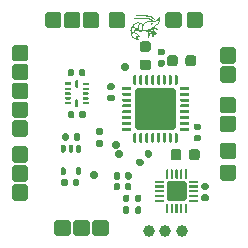
<source format=gbr>
%TF.GenerationSoftware,KiCad,Pcbnew,9.0.0-rc2-6-ga1fa0bdb0b*%
%TF.CreationDate,2025-02-01T23:33:01-05:00*%
%TF.ProjectId,scampi,7363616d-7069-42e6-9b69-6361645f7063,rev?*%
%TF.SameCoordinates,Original*%
%TF.FileFunction,Soldermask,Top*%
%TF.FilePolarity,Negative*%
%FSLAX46Y46*%
G04 Gerber Fmt 4.6, Leading zero omitted, Abs format (unit mm)*
G04 Created by KiCad (PCBNEW 9.0.0-rc2-6-ga1fa0bdb0b) date 2025-02-01 23:33:01*
%MOMM*%
%LPD*%
G01*
G04 APERTURE LIST*
%ADD10C,0.375000*%
%ADD11C,1.000000*%
%ADD12C,0.700000*%
G04 APERTURE END LIST*
D10*
G36*
X150375545Y-86425226D02*
G01*
X150402179Y-86443304D01*
X150420258Y-86469849D01*
X150426268Y-86501189D01*
X150420254Y-86532609D01*
X150402179Y-86559167D01*
X150375545Y-86577244D01*
X150344110Y-86583255D01*
X150312770Y-86577245D01*
X150286225Y-86559167D01*
X150268079Y-86532601D01*
X150262045Y-86501189D01*
X150268075Y-86469856D01*
X150286225Y-86443304D01*
X150312770Y-86425225D01*
X150344110Y-86419215D01*
X150375545Y-86425226D01*
G37*
G36*
X149136024Y-85757470D02*
G01*
X149245567Y-85780551D01*
X149396692Y-85791817D01*
X149618892Y-85794839D01*
X149823329Y-85800293D01*
X149993317Y-85815356D01*
X150153065Y-85842873D01*
X150291354Y-85881851D01*
X150421059Y-85935550D01*
X150542314Y-86004216D01*
X150657136Y-86087901D01*
X150734377Y-86156652D01*
X150841725Y-86057889D01*
X150924889Y-85982326D01*
X150954068Y-85966358D01*
X150980210Y-85961535D01*
X151009379Y-85967512D01*
X151033516Y-85985532D01*
X151049514Y-86011991D01*
X151055040Y-86045158D01*
X151052155Y-86084977D01*
X151043775Y-86121087D01*
X151007871Y-86195000D01*
X151039154Y-86203245D01*
X151063284Y-86218814D01*
X151079385Y-86240999D01*
X151084807Y-86268548D01*
X151075136Y-86306404D01*
X151041210Y-86350522D01*
X150993239Y-86392138D01*
X150926813Y-86439732D01*
X150946000Y-86463378D01*
X150952458Y-86493862D01*
X150946807Y-86516854D01*
X150927247Y-86542962D01*
X150886971Y-86574004D01*
X150810389Y-86612069D01*
X150675945Y-86658177D01*
X150618919Y-86751184D01*
X150578939Y-86797437D01*
X150868378Y-86930019D01*
X150822399Y-87029487D01*
X150495002Y-86879118D01*
X150452737Y-86914998D01*
X150451980Y-86915483D01*
X150567501Y-87043042D01*
X150759934Y-87374877D01*
X150664679Y-87429282D01*
X150477284Y-87107339D01*
X150358872Y-86975220D01*
X150350141Y-86980822D01*
X150255475Y-87026842D01*
X150390272Y-87114483D01*
X150501098Y-87424427D01*
X150501098Y-87620982D01*
X150391371Y-87622997D01*
X150391371Y-87446043D01*
X150299048Y-87184917D01*
X150129788Y-87074330D01*
X150103959Y-87083525D01*
X150026282Y-87102415D01*
X150118338Y-87130603D01*
X150174667Y-87459415D01*
X150149021Y-87728601D01*
X150040394Y-87718343D01*
X150066040Y-87463262D01*
X150021893Y-87213310D01*
X149791594Y-87137926D01*
X149673206Y-87143243D01*
X149508802Y-87134107D01*
X149499847Y-87132609D01*
X149497361Y-87144216D01*
X149469233Y-87177132D01*
X149428851Y-87197703D01*
X149381855Y-87204700D01*
X149337608Y-87198356D01*
X149293561Y-87178689D01*
X149258429Y-87145950D01*
X149237141Y-87097356D01*
X149218180Y-87120661D01*
X149193818Y-87137198D01*
X149165793Y-87147094D01*
X149136391Y-87150387D01*
X149090826Y-87143241D01*
X149047639Y-87121353D01*
X149023508Y-87094743D01*
X149299397Y-87094743D01*
X149315176Y-87118238D01*
X149345416Y-87139179D01*
X149382862Y-87146265D01*
X149411205Y-87142672D01*
X149430856Y-87133076D01*
X149439867Y-87122576D01*
X149343844Y-87106515D01*
X149299397Y-87094743D01*
X149023508Y-87094743D01*
X149016572Y-87087095D01*
X149006331Y-87043225D01*
X149064858Y-87043225D01*
X149069706Y-87060032D01*
X149086290Y-87076931D01*
X149109443Y-87088254D01*
X149138222Y-87092227D01*
X149160331Y-87088611D01*
X149179530Y-87077847D01*
X149190516Y-87065905D01*
X149182186Y-87063699D01*
X149069623Y-87023966D01*
X149064858Y-87043225D01*
X149006331Y-87043225D01*
X149008557Y-87029578D01*
X148988200Y-87049508D01*
X148956964Y-87101660D01*
X148937105Y-87160368D01*
X148929120Y-87222286D01*
X149034402Y-87260460D01*
X149129346Y-87312015D01*
X149215159Y-87377258D01*
X149288394Y-87455190D01*
X149340556Y-87539052D01*
X149373612Y-87630141D01*
X149301424Y-87644961D01*
X149236042Y-87649650D01*
X149191345Y-87647635D01*
X149148755Y-87642506D01*
X149181335Y-87693011D01*
X149211862Y-87751682D01*
X149237021Y-87812420D01*
X149253536Y-87867087D01*
X149122307Y-87859757D01*
X149008081Y-87838946D01*
X148908512Y-87805996D01*
X148815154Y-87758881D01*
X148739994Y-87703961D01*
X148680542Y-87641315D01*
X148635050Y-87568822D01*
X148608239Y-87492091D01*
X148599269Y-87409864D01*
X148695654Y-87409864D01*
X148701635Y-87468244D01*
X148719435Y-87523039D01*
X148749602Y-87575369D01*
X148812385Y-87643287D01*
X148898529Y-87700941D01*
X148998471Y-87741689D01*
X149115508Y-87765513D01*
X149052493Y-87652214D01*
X148980228Y-87538916D01*
X149098106Y-87552289D01*
X149198673Y-87557418D01*
X149221479Y-87556868D01*
X149243277Y-87555311D01*
X149199097Y-87497264D01*
X149136574Y-87438349D01*
X149065070Y-87386046D01*
X148987738Y-87341354D01*
X148907847Y-87305878D01*
X148878044Y-87296747D01*
X148855298Y-87307099D01*
X148762791Y-87332745D01*
X148703018Y-87342136D01*
X148699226Y-87361779D01*
X148695654Y-87409864D01*
X148599269Y-87409864D01*
X148599209Y-87409315D01*
X148610475Y-87314884D01*
X148575286Y-87221666D01*
X148554697Y-87129948D01*
X148548007Y-87040020D01*
X148644363Y-87040020D01*
X148648036Y-87101685D01*
X148659293Y-87165591D01*
X148678132Y-87231104D01*
X148690018Y-87262126D01*
X148709301Y-87260388D01*
X148798053Y-87240238D01*
X148840351Y-87223352D01*
X148840651Y-87223159D01*
X148842342Y-87196440D01*
X148858206Y-87119215D01*
X148883599Y-87050919D01*
X148920165Y-86988776D01*
X148952647Y-86953349D01*
X148889296Y-86900162D01*
X148838353Y-86844381D01*
X148796947Y-86781891D01*
X148776951Y-86735031D01*
X148768206Y-86740681D01*
X148723357Y-86783914D01*
X148688968Y-86834215D01*
X148665110Y-86890584D01*
X148649836Y-86958404D01*
X148644363Y-87040020D01*
X148548007Y-87040020D01*
X148547918Y-87038829D01*
X148553998Y-86949670D01*
X148571500Y-86870266D01*
X148599759Y-86799135D01*
X148639547Y-86734200D01*
X148689373Y-86678895D01*
X148718189Y-86656793D01*
X148846748Y-86656793D01*
X148854819Y-86695199D01*
X148876878Y-86746095D01*
X148911351Y-86796937D01*
X148979621Y-86864780D01*
X149053906Y-86915517D01*
X149186441Y-86964365D01*
X149186569Y-86964398D01*
X149175768Y-86911628D01*
X149170469Y-86833024D01*
X149258665Y-86833024D01*
X149268885Y-86932667D01*
X149287119Y-86990788D01*
X149349065Y-87007047D01*
X149512467Y-87032745D01*
X149517424Y-87033006D01*
X149505503Y-86985615D01*
X149493696Y-86867737D01*
X149580791Y-86867737D01*
X149591598Y-86967754D01*
X149613782Y-87038080D01*
X149673206Y-87041210D01*
X149818477Y-87034830D01*
X149953281Y-87016238D01*
X150078680Y-86986073D01*
X150199856Y-86942794D01*
X150306726Y-86889725D01*
X150400805Y-86827162D01*
X150484905Y-86752505D01*
X150552927Y-86670092D01*
X150606153Y-86579225D01*
X150681532Y-86560907D01*
X150769643Y-86535353D01*
X150842366Y-86505677D01*
X150865976Y-86488997D01*
X150871492Y-86477101D01*
X150866926Y-86462702D01*
X150850060Y-86445410D01*
X150798860Y-86413720D01*
X150892100Y-86357666D01*
X150963816Y-86303078D01*
X150986834Y-86279288D01*
X150991476Y-86269006D01*
X150985501Y-86261129D01*
X150955572Y-86252245D01*
X150875613Y-86245925D01*
X150918203Y-86176682D01*
X150952550Y-86107439D01*
X150965831Y-86068513D01*
X150959694Y-86061278D01*
X150955572Y-86062377D01*
X150952458Y-86065399D01*
X150799776Y-86222844D01*
X150729923Y-86284422D01*
X150669534Y-86329273D01*
X150608677Y-86364780D01*
X150553762Y-86387159D01*
X150390730Y-86364627D01*
X150230812Y-86356384D01*
X150091229Y-86364731D01*
X149972516Y-86388212D01*
X149871501Y-86425077D01*
X149779083Y-86478834D01*
X149705651Y-86542365D01*
X149657137Y-86605749D01*
X149615137Y-86689134D01*
X149589302Y-86778051D01*
X149580791Y-86867737D01*
X149493696Y-86867737D01*
X149493687Y-86867645D01*
X149503686Y-86760225D01*
X149533713Y-86656345D01*
X149559249Y-86606152D01*
X149485303Y-86565142D01*
X149377620Y-86520702D01*
X149335833Y-86573914D01*
X149293378Y-86655978D01*
X149267296Y-86743573D01*
X149258665Y-86833024D01*
X149170469Y-86833024D01*
X149170463Y-86832932D01*
X149180629Y-86725386D01*
X149211221Y-86620991D01*
X149261011Y-86523472D01*
X149282173Y-86496253D01*
X149267217Y-86492484D01*
X149166433Y-86483787D01*
X149082485Y-86490422D01*
X149011279Y-86509191D01*
X148950552Y-86539108D01*
X148898289Y-86581307D01*
X148856547Y-86635603D01*
X148846748Y-86656793D01*
X148718189Y-86656793D01*
X148750060Y-86632348D01*
X148788597Y-86559301D01*
X148840335Y-86498908D01*
X148906497Y-86449715D01*
X148981759Y-86414548D01*
X149067676Y-86392697D01*
X149166433Y-86385052D01*
X149265525Y-86392972D01*
X149370270Y-86417576D01*
X149482074Y-86460687D01*
X149602314Y-86524820D01*
X149672093Y-86446934D01*
X149753504Y-86382794D01*
X149847880Y-86331657D01*
X149957172Y-86293589D01*
X150083850Y-86269470D01*
X150230812Y-86260946D01*
X150368148Y-86267862D01*
X150339527Y-86248511D01*
X150212403Y-86183002D01*
X150084037Y-86135496D01*
X149964923Y-86106798D01*
X149846345Y-86091187D01*
X149732832Y-86086099D01*
X149586597Y-86091060D01*
X149436168Y-86106157D01*
X149286611Y-86121262D01*
X149147565Y-86126124D01*
X149061345Y-86122936D01*
X148974091Y-86113301D01*
X148887410Y-86095138D01*
X148799519Y-86065582D01*
X148833774Y-85983150D01*
X148911402Y-86009601D01*
X148987372Y-86026107D01*
X149064307Y-86034952D01*
X149142985Y-86037922D01*
X149280782Y-86032997D01*
X149427467Y-86017772D01*
X149576209Y-86002689D01*
X149728344Y-85997622D01*
X149855660Y-86003590D01*
X149989928Y-86021985D01*
X150124843Y-86056046D01*
X150270746Y-86113301D01*
X150415228Y-86192021D01*
X150551041Y-86288488D01*
X150603678Y-86262546D01*
X150669852Y-86215528D01*
X150603104Y-86156040D01*
X150495144Y-86076940D01*
X150381296Y-86012219D01*
X150260030Y-85962359D01*
X150130448Y-85926562D01*
X149979303Y-85901451D01*
X149817861Y-85887952D01*
X149621640Y-85883041D01*
X149388541Y-85879469D01*
X149225692Y-85867196D01*
X149159655Y-85856138D01*
X149104792Y-85842009D01*
X148998729Y-85799968D01*
X149040220Y-85719002D01*
X149136024Y-85757470D01*
G37*
G36*
G01*
X143420000Y-91735000D02*
X143080000Y-91735000D01*
G75*
G02*
X143000000Y-91655000I0J80000D01*
G01*
X143000000Y-91495000D01*
G75*
G02*
X143080000Y-91415000I80000J0D01*
G01*
X143420000Y-91415000D01*
G75*
G02*
X143500000Y-91495000I0J-80000D01*
G01*
X143500000Y-91655000D01*
G75*
G02*
X143420000Y-91735000I-80000J0D01*
G01*
G37*
G36*
G01*
X143445000Y-92135000D02*
X143055000Y-92135000D01*
G75*
G02*
X143000000Y-92080000I0J55000D01*
G01*
X143000000Y-91970000D01*
G75*
G02*
X143055000Y-91915000I55000J0D01*
G01*
X143445000Y-91915000D01*
G75*
G02*
X143500000Y-91970000I0J-55000D01*
G01*
X143500000Y-92080000D01*
G75*
G02*
X143445000Y-92135000I-55000J0D01*
G01*
G37*
G36*
G01*
X143445000Y-92535000D02*
X143055000Y-92535000D01*
G75*
G02*
X143000000Y-92480000I0J55000D01*
G01*
X143000000Y-92370000D01*
G75*
G02*
X143055000Y-92315000I55000J0D01*
G01*
X143445000Y-92315000D01*
G75*
G02*
X143500000Y-92370000I0J-55000D01*
G01*
X143500000Y-92480000D01*
G75*
G02*
X143445000Y-92535000I-55000J0D01*
G01*
G37*
G36*
G01*
X143445000Y-92935000D02*
X143055000Y-92935000D01*
G75*
G02*
X143000000Y-92880000I0J55000D01*
G01*
X143000000Y-92770000D01*
G75*
G02*
X143055000Y-92715000I55000J0D01*
G01*
X143445000Y-92715000D01*
G75*
G02*
X143500000Y-92770000I0J-55000D01*
G01*
X143500000Y-92880000D01*
G75*
G02*
X143445000Y-92935000I-55000J0D01*
G01*
G37*
G36*
G01*
X143445000Y-93335000D02*
X143055000Y-93335000D01*
G75*
G02*
X143000000Y-93280000I0J55000D01*
G01*
X143000000Y-93170000D01*
G75*
G02*
X143055000Y-93115000I55000J0D01*
G01*
X143445000Y-93115000D01*
G75*
G02*
X143500000Y-93170000I0J-55000D01*
G01*
X143500000Y-93280000D01*
G75*
G02*
X143445000Y-93335000I-55000J0D01*
G01*
G37*
G36*
G01*
X143890000Y-93520000D02*
X143890000Y-92980000D01*
G75*
G02*
X143945000Y-92925000I55000J0D01*
G01*
X144055000Y-92925000D01*
G75*
G02*
X144110000Y-92980000I0J-55000D01*
G01*
X144110000Y-93520000D01*
G75*
G02*
X144055000Y-93575000I-55000J0D01*
G01*
X143945000Y-93575000D01*
G75*
G02*
X143890000Y-93520000I0J55000D01*
G01*
G37*
G36*
G01*
X144945000Y-93335000D02*
X144555000Y-93335000D01*
G75*
G02*
X144500000Y-93280000I0J55000D01*
G01*
X144500000Y-93170000D01*
G75*
G02*
X144555000Y-93115000I55000J0D01*
G01*
X144945000Y-93115000D01*
G75*
G02*
X145000000Y-93170000I0J-55000D01*
G01*
X145000000Y-93280000D01*
G75*
G02*
X144945000Y-93335000I-55000J0D01*
G01*
G37*
G36*
G01*
X144945000Y-92935000D02*
X144555000Y-92935000D01*
G75*
G02*
X144500000Y-92880000I0J55000D01*
G01*
X144500000Y-92770000D01*
G75*
G02*
X144555000Y-92715000I55000J0D01*
G01*
X144945000Y-92715000D01*
G75*
G02*
X145000000Y-92770000I0J-55000D01*
G01*
X145000000Y-92880000D01*
G75*
G02*
X144945000Y-92935000I-55000J0D01*
G01*
G37*
G36*
G01*
X144945000Y-92535000D02*
X144555000Y-92535000D01*
G75*
G02*
X144500000Y-92480000I0J55000D01*
G01*
X144500000Y-92370000D01*
G75*
G02*
X144555000Y-92315000I55000J0D01*
G01*
X144945000Y-92315000D01*
G75*
G02*
X145000000Y-92370000I0J-55000D01*
G01*
X145000000Y-92480000D01*
G75*
G02*
X144945000Y-92535000I-55000J0D01*
G01*
G37*
G36*
G01*
X144945000Y-92135000D02*
X144555000Y-92135000D01*
G75*
G02*
X144500000Y-92080000I0J55000D01*
G01*
X144500000Y-91970000D01*
G75*
G02*
X144555000Y-91915000I55000J0D01*
G01*
X144945000Y-91915000D01*
G75*
G02*
X145000000Y-91970000I0J-55000D01*
G01*
X145000000Y-92080000D01*
G75*
G02*
X144945000Y-92135000I-55000J0D01*
G01*
G37*
G36*
G01*
X144945000Y-91735000D02*
X144555000Y-91735000D01*
G75*
G02*
X144500000Y-91680000I0J55000D01*
G01*
X144500000Y-91570000D01*
G75*
G02*
X144555000Y-91515000I55000J0D01*
G01*
X144945000Y-91515000D01*
G75*
G02*
X145000000Y-91570000I0J-55000D01*
G01*
X145000000Y-91680000D01*
G75*
G02*
X144945000Y-91735000I-55000J0D01*
G01*
G37*
G36*
G01*
X143890000Y-91870000D02*
X143890000Y-91330000D01*
G75*
G02*
X143945000Y-91275000I55000J0D01*
G01*
X144055000Y-91275000D01*
G75*
G02*
X144110000Y-91330000I0J-55000D01*
G01*
X144110000Y-91870000D01*
G75*
G02*
X144055000Y-91925000I-55000J0D01*
G01*
X143945000Y-91925000D01*
G75*
G02*
X143890000Y-91870000I0J55000D01*
G01*
G37*
G36*
G01*
X143700000Y-104290000D02*
X143700000Y-103310000D01*
G75*
G02*
X143910000Y-103100000I210000J0D01*
G01*
X144890000Y-103100000D01*
G75*
G02*
X145100000Y-103310000I0J-210000D01*
G01*
X145100000Y-104290000D01*
G75*
G02*
X144890000Y-104500000I-210000J0D01*
G01*
X143910000Y-104500000D01*
G75*
G02*
X143700000Y-104290000I0J210000D01*
G01*
G37*
D11*
X152870184Y-104100000D03*
G36*
G01*
X154370000Y-96480000D02*
X154030000Y-96480000D01*
G75*
G02*
X153890000Y-96340000I0J140000D01*
G01*
X153890000Y-96060000D01*
G75*
G02*
X154030000Y-95920000I140000J0D01*
G01*
X154370000Y-95920000D01*
G75*
G02*
X154510000Y-96060000I0J-140000D01*
G01*
X154510000Y-96340000D01*
G75*
G02*
X154370000Y-96480000I-140000J0D01*
G01*
G37*
G36*
G01*
X154370000Y-95520000D02*
X154030000Y-95520000D01*
G75*
G02*
X153890000Y-95380000I0J140000D01*
G01*
X153890000Y-95100000D01*
G75*
G02*
X154030000Y-94960000I140000J0D01*
G01*
X154370000Y-94960000D01*
G75*
G02*
X154510000Y-95100000I0J-140000D01*
G01*
X154510000Y-95380000D01*
G75*
G02*
X154370000Y-95520000I-140000J0D01*
G01*
G37*
G36*
G01*
X156100000Y-91290000D02*
X156100000Y-90310000D01*
G75*
G02*
X156310000Y-90100000I210000J0D01*
G01*
X157290000Y-90100000D01*
G75*
G02*
X157500000Y-90310000I0J-210000D01*
G01*
X157500000Y-91290000D01*
G75*
G02*
X157290000Y-91500000I-210000J0D01*
G01*
X156310000Y-91500000D01*
G75*
G02*
X156100000Y-91290000I0J210000D01*
G01*
G37*
G36*
G01*
X147825000Y-92037500D02*
X147825000Y-91912500D01*
G75*
G02*
X147887500Y-91850000I62500J0D01*
G01*
X148562500Y-91850000D01*
G75*
G02*
X148625000Y-91912500I0J-62500D01*
G01*
X148625000Y-92037500D01*
G75*
G02*
X148562500Y-92100000I-62500J0D01*
G01*
X147887500Y-92100000D01*
G75*
G02*
X147825000Y-92037500I0J62500D01*
G01*
G37*
G36*
G01*
X147825000Y-92537500D02*
X147825000Y-92412500D01*
G75*
G02*
X147887500Y-92350000I62500J0D01*
G01*
X148562500Y-92350000D01*
G75*
G02*
X148625000Y-92412500I0J-62500D01*
G01*
X148625000Y-92537500D01*
G75*
G02*
X148562500Y-92600000I-62500J0D01*
G01*
X147887500Y-92600000D01*
G75*
G02*
X147825000Y-92537500I0J62500D01*
G01*
G37*
G36*
G01*
X147825000Y-93037500D02*
X147825000Y-92912500D01*
G75*
G02*
X147887500Y-92850000I62500J0D01*
G01*
X148562500Y-92850000D01*
G75*
G02*
X148625000Y-92912500I0J-62500D01*
G01*
X148625000Y-93037500D01*
G75*
G02*
X148562500Y-93100000I-62500J0D01*
G01*
X147887500Y-93100000D01*
G75*
G02*
X147825000Y-93037500I0J62500D01*
G01*
G37*
G36*
G01*
X147825000Y-93537500D02*
X147825000Y-93412500D01*
G75*
G02*
X147887500Y-93350000I62500J0D01*
G01*
X148562500Y-93350000D01*
G75*
G02*
X148625000Y-93412500I0J-62500D01*
G01*
X148625000Y-93537500D01*
G75*
G02*
X148562500Y-93600000I-62500J0D01*
G01*
X147887500Y-93600000D01*
G75*
G02*
X147825000Y-93537500I0J62500D01*
G01*
G37*
G36*
G01*
X147825000Y-94037500D02*
X147825000Y-93912500D01*
G75*
G02*
X147887500Y-93850000I62500J0D01*
G01*
X148562500Y-93850000D01*
G75*
G02*
X148625000Y-93912500I0J-62500D01*
G01*
X148625000Y-94037500D01*
G75*
G02*
X148562500Y-94100000I-62500J0D01*
G01*
X147887500Y-94100000D01*
G75*
G02*
X147825000Y-94037500I0J62500D01*
G01*
G37*
G36*
G01*
X147825000Y-94537500D02*
X147825000Y-94412500D01*
G75*
G02*
X147887500Y-94350000I62500J0D01*
G01*
X148562500Y-94350000D01*
G75*
G02*
X148625000Y-94412500I0J-62500D01*
G01*
X148625000Y-94537500D01*
G75*
G02*
X148562500Y-94600000I-62500J0D01*
G01*
X147887500Y-94600000D01*
G75*
G02*
X147825000Y-94537500I0J62500D01*
G01*
G37*
G36*
G01*
X147825000Y-95037500D02*
X147825000Y-94912500D01*
G75*
G02*
X147887500Y-94850000I62500J0D01*
G01*
X148562500Y-94850000D01*
G75*
G02*
X148625000Y-94912500I0J-62500D01*
G01*
X148625000Y-95037500D01*
G75*
G02*
X148562500Y-95100000I-62500J0D01*
G01*
X147887500Y-95100000D01*
G75*
G02*
X147825000Y-95037500I0J62500D01*
G01*
G37*
G36*
G01*
X147825000Y-95537500D02*
X147825000Y-95412500D01*
G75*
G02*
X147887500Y-95350000I62500J0D01*
G01*
X148562500Y-95350000D01*
G75*
G02*
X148625000Y-95412500I0J-62500D01*
G01*
X148625000Y-95537500D01*
G75*
G02*
X148562500Y-95600000I-62500J0D01*
G01*
X147887500Y-95600000D01*
G75*
G02*
X147825000Y-95537500I0J62500D01*
G01*
G37*
G36*
G01*
X148800000Y-96512500D02*
X148800000Y-95837500D01*
G75*
G02*
X148862500Y-95775000I62500J0D01*
G01*
X148987500Y-95775000D01*
G75*
G02*
X149050000Y-95837500I0J-62500D01*
G01*
X149050000Y-96512500D01*
G75*
G02*
X148987500Y-96575000I-62500J0D01*
G01*
X148862500Y-96575000D01*
G75*
G02*
X148800000Y-96512500I0J62500D01*
G01*
G37*
G36*
G01*
X149300000Y-96512500D02*
X149300000Y-95837500D01*
G75*
G02*
X149362500Y-95775000I62500J0D01*
G01*
X149487500Y-95775000D01*
G75*
G02*
X149550000Y-95837500I0J-62500D01*
G01*
X149550000Y-96512500D01*
G75*
G02*
X149487500Y-96575000I-62500J0D01*
G01*
X149362500Y-96575000D01*
G75*
G02*
X149300000Y-96512500I0J62500D01*
G01*
G37*
G36*
G01*
X149800000Y-96512500D02*
X149800000Y-95837500D01*
G75*
G02*
X149862500Y-95775000I62500J0D01*
G01*
X149987500Y-95775000D01*
G75*
G02*
X150050000Y-95837500I0J-62500D01*
G01*
X150050000Y-96512500D01*
G75*
G02*
X149987500Y-96575000I-62500J0D01*
G01*
X149862500Y-96575000D01*
G75*
G02*
X149800000Y-96512500I0J62500D01*
G01*
G37*
G36*
G01*
X150300000Y-96512500D02*
X150300000Y-95837500D01*
G75*
G02*
X150362500Y-95775000I62500J0D01*
G01*
X150487500Y-95775000D01*
G75*
G02*
X150550000Y-95837500I0J-62500D01*
G01*
X150550000Y-96512500D01*
G75*
G02*
X150487500Y-96575000I-62500J0D01*
G01*
X150362500Y-96575000D01*
G75*
G02*
X150300000Y-96512500I0J62500D01*
G01*
G37*
G36*
G01*
X150800000Y-96512500D02*
X150800000Y-95837500D01*
G75*
G02*
X150862500Y-95775000I62500J0D01*
G01*
X150987500Y-95775000D01*
G75*
G02*
X151050000Y-95837500I0J-62500D01*
G01*
X151050000Y-96512500D01*
G75*
G02*
X150987500Y-96575000I-62500J0D01*
G01*
X150862500Y-96575000D01*
G75*
G02*
X150800000Y-96512500I0J62500D01*
G01*
G37*
G36*
G01*
X151300000Y-96512500D02*
X151300000Y-95837500D01*
G75*
G02*
X151362500Y-95775000I62500J0D01*
G01*
X151487500Y-95775000D01*
G75*
G02*
X151550000Y-95837500I0J-62500D01*
G01*
X151550000Y-96512500D01*
G75*
G02*
X151487500Y-96575000I-62500J0D01*
G01*
X151362500Y-96575000D01*
G75*
G02*
X151300000Y-96512500I0J62500D01*
G01*
G37*
G36*
G01*
X151800000Y-96512500D02*
X151800000Y-95837500D01*
G75*
G02*
X151862500Y-95775000I62500J0D01*
G01*
X151987500Y-95775000D01*
G75*
G02*
X152050000Y-95837500I0J-62500D01*
G01*
X152050000Y-96512500D01*
G75*
G02*
X151987500Y-96575000I-62500J0D01*
G01*
X151862500Y-96575000D01*
G75*
G02*
X151800000Y-96512500I0J62500D01*
G01*
G37*
G36*
G01*
X152300000Y-96512500D02*
X152300000Y-95837500D01*
G75*
G02*
X152362500Y-95775000I62500J0D01*
G01*
X152487500Y-95775000D01*
G75*
G02*
X152550000Y-95837500I0J-62500D01*
G01*
X152550000Y-96512500D01*
G75*
G02*
X152487500Y-96575000I-62500J0D01*
G01*
X152362500Y-96575000D01*
G75*
G02*
X152300000Y-96512500I0J62500D01*
G01*
G37*
G36*
G01*
X152725000Y-95537500D02*
X152725000Y-95412500D01*
G75*
G02*
X152787500Y-95350000I62500J0D01*
G01*
X153462500Y-95350000D01*
G75*
G02*
X153525000Y-95412500I0J-62500D01*
G01*
X153525000Y-95537500D01*
G75*
G02*
X153462500Y-95600000I-62500J0D01*
G01*
X152787500Y-95600000D01*
G75*
G02*
X152725000Y-95537500I0J62500D01*
G01*
G37*
G36*
G01*
X152725000Y-95037500D02*
X152725000Y-94912500D01*
G75*
G02*
X152787500Y-94850000I62500J0D01*
G01*
X153462500Y-94850000D01*
G75*
G02*
X153525000Y-94912500I0J-62500D01*
G01*
X153525000Y-95037500D01*
G75*
G02*
X153462500Y-95100000I-62500J0D01*
G01*
X152787500Y-95100000D01*
G75*
G02*
X152725000Y-95037500I0J62500D01*
G01*
G37*
G36*
G01*
X152725000Y-94537500D02*
X152725000Y-94412500D01*
G75*
G02*
X152787500Y-94350000I62500J0D01*
G01*
X153462500Y-94350000D01*
G75*
G02*
X153525000Y-94412500I0J-62500D01*
G01*
X153525000Y-94537500D01*
G75*
G02*
X153462500Y-94600000I-62500J0D01*
G01*
X152787500Y-94600000D01*
G75*
G02*
X152725000Y-94537500I0J62500D01*
G01*
G37*
G36*
G01*
X152725000Y-94037500D02*
X152725000Y-93912500D01*
G75*
G02*
X152787500Y-93850000I62500J0D01*
G01*
X153462500Y-93850000D01*
G75*
G02*
X153525000Y-93912500I0J-62500D01*
G01*
X153525000Y-94037500D01*
G75*
G02*
X153462500Y-94100000I-62500J0D01*
G01*
X152787500Y-94100000D01*
G75*
G02*
X152725000Y-94037500I0J62500D01*
G01*
G37*
G36*
G01*
X152725000Y-93537500D02*
X152725000Y-93412500D01*
G75*
G02*
X152787500Y-93350000I62500J0D01*
G01*
X153462500Y-93350000D01*
G75*
G02*
X153525000Y-93412500I0J-62500D01*
G01*
X153525000Y-93537500D01*
G75*
G02*
X153462500Y-93600000I-62500J0D01*
G01*
X152787500Y-93600000D01*
G75*
G02*
X152725000Y-93537500I0J62500D01*
G01*
G37*
G36*
G01*
X152725000Y-93037500D02*
X152725000Y-92912500D01*
G75*
G02*
X152787500Y-92850000I62500J0D01*
G01*
X153462500Y-92850000D01*
G75*
G02*
X153525000Y-92912500I0J-62500D01*
G01*
X153525000Y-93037500D01*
G75*
G02*
X153462500Y-93100000I-62500J0D01*
G01*
X152787500Y-93100000D01*
G75*
G02*
X152725000Y-93037500I0J62500D01*
G01*
G37*
G36*
G01*
X152725000Y-92537500D02*
X152725000Y-92412500D01*
G75*
G02*
X152787500Y-92350000I62500J0D01*
G01*
X153462500Y-92350000D01*
G75*
G02*
X153525000Y-92412500I0J-62500D01*
G01*
X153525000Y-92537500D01*
G75*
G02*
X153462500Y-92600000I-62500J0D01*
G01*
X152787500Y-92600000D01*
G75*
G02*
X152725000Y-92537500I0J62500D01*
G01*
G37*
G36*
G01*
X152725000Y-92037500D02*
X152725000Y-91912500D01*
G75*
G02*
X152787500Y-91850000I62500J0D01*
G01*
X153462500Y-91850000D01*
G75*
G02*
X153525000Y-91912500I0J-62500D01*
G01*
X153525000Y-92037500D01*
G75*
G02*
X153462500Y-92100000I-62500J0D01*
G01*
X152787500Y-92100000D01*
G75*
G02*
X152725000Y-92037500I0J62500D01*
G01*
G37*
G36*
G01*
X152300000Y-91612500D02*
X152300000Y-90937500D01*
G75*
G02*
X152362500Y-90875000I62500J0D01*
G01*
X152487500Y-90875000D01*
G75*
G02*
X152550000Y-90937500I0J-62500D01*
G01*
X152550000Y-91612500D01*
G75*
G02*
X152487500Y-91675000I-62500J0D01*
G01*
X152362500Y-91675000D01*
G75*
G02*
X152300000Y-91612500I0J62500D01*
G01*
G37*
G36*
G01*
X151800000Y-91612500D02*
X151800000Y-90937500D01*
G75*
G02*
X151862500Y-90875000I62500J0D01*
G01*
X151987500Y-90875000D01*
G75*
G02*
X152050000Y-90937500I0J-62500D01*
G01*
X152050000Y-91612500D01*
G75*
G02*
X151987500Y-91675000I-62500J0D01*
G01*
X151862500Y-91675000D01*
G75*
G02*
X151800000Y-91612500I0J62500D01*
G01*
G37*
G36*
G01*
X151300000Y-91612500D02*
X151300000Y-90937500D01*
G75*
G02*
X151362500Y-90875000I62500J0D01*
G01*
X151487500Y-90875000D01*
G75*
G02*
X151550000Y-90937500I0J-62500D01*
G01*
X151550000Y-91612500D01*
G75*
G02*
X151487500Y-91675000I-62500J0D01*
G01*
X151362500Y-91675000D01*
G75*
G02*
X151300000Y-91612500I0J62500D01*
G01*
G37*
G36*
G01*
X150800000Y-91612500D02*
X150800000Y-90937500D01*
G75*
G02*
X150862500Y-90875000I62500J0D01*
G01*
X150987500Y-90875000D01*
G75*
G02*
X151050000Y-90937500I0J-62500D01*
G01*
X151050000Y-91612500D01*
G75*
G02*
X150987500Y-91675000I-62500J0D01*
G01*
X150862500Y-91675000D01*
G75*
G02*
X150800000Y-91612500I0J62500D01*
G01*
G37*
G36*
G01*
X150300000Y-91612500D02*
X150300000Y-90937500D01*
G75*
G02*
X150362500Y-90875000I62500J0D01*
G01*
X150487500Y-90875000D01*
G75*
G02*
X150550000Y-90937500I0J-62500D01*
G01*
X150550000Y-91612500D01*
G75*
G02*
X150487500Y-91675000I-62500J0D01*
G01*
X150362500Y-91675000D01*
G75*
G02*
X150300000Y-91612500I0J62500D01*
G01*
G37*
G36*
G01*
X149800000Y-91612500D02*
X149800000Y-90937500D01*
G75*
G02*
X149862500Y-90875000I62500J0D01*
G01*
X149987500Y-90875000D01*
G75*
G02*
X150050000Y-90937500I0J-62500D01*
G01*
X150050000Y-91612500D01*
G75*
G02*
X149987500Y-91675000I-62500J0D01*
G01*
X149862500Y-91675000D01*
G75*
G02*
X149800000Y-91612500I0J62500D01*
G01*
G37*
G36*
G01*
X149300000Y-91612500D02*
X149300000Y-90937500D01*
G75*
G02*
X149362500Y-90875000I62500J0D01*
G01*
X149487500Y-90875000D01*
G75*
G02*
X149550000Y-90937500I0J-62500D01*
G01*
X149550000Y-91612500D01*
G75*
G02*
X149487500Y-91675000I-62500J0D01*
G01*
X149362500Y-91675000D01*
G75*
G02*
X149300000Y-91612500I0J62500D01*
G01*
G37*
G36*
G01*
X148800000Y-91612500D02*
X148800000Y-90937500D01*
G75*
G02*
X148862500Y-90875000I62500J0D01*
G01*
X148987500Y-90875000D01*
G75*
G02*
X149050000Y-90937500I0J-62500D01*
G01*
X149050000Y-91612500D01*
G75*
G02*
X148987500Y-91675000I-62500J0D01*
G01*
X148862500Y-91675000D01*
G75*
G02*
X148800000Y-91612500I0J62500D01*
G01*
G37*
G36*
G01*
X148925000Y-95300000D02*
X148925000Y-92150000D01*
G75*
G02*
X149100000Y-91975000I175000J0D01*
G01*
X152250000Y-91975000D01*
G75*
G02*
X152425000Y-92150000I0J-175000D01*
G01*
X152425000Y-95300000D01*
G75*
G02*
X152250000Y-95475000I-175000J0D01*
G01*
X149100000Y-95475000D01*
G75*
G02*
X148925000Y-95300000I0J175000D01*
G01*
G37*
G36*
G01*
X144500000Y-86690000D02*
X144500000Y-85710000D01*
G75*
G02*
X144710000Y-85500000I210000J0D01*
G01*
X145690000Y-85500000D01*
G75*
G02*
X145900000Y-85710000I0J-210000D01*
G01*
X145900000Y-86690000D01*
G75*
G02*
X145690000Y-86900000I-210000J0D01*
G01*
X144710000Y-86900000D01*
G75*
G02*
X144500000Y-86690000I0J210000D01*
G01*
G37*
G36*
G01*
X138500000Y-92690000D02*
X138500000Y-91710000D01*
G75*
G02*
X138710000Y-91500000I210000J0D01*
G01*
X139690000Y-91500000D01*
G75*
G02*
X139900000Y-91710000I0J-210000D01*
G01*
X139900000Y-92690000D01*
G75*
G02*
X139690000Y-92900000I-210000J0D01*
G01*
X138710000Y-92900000D01*
G75*
G02*
X138500000Y-92690000I0J210000D01*
G01*
G37*
G36*
G01*
X149289896Y-98571733D02*
X149028267Y-98310104D01*
G75*
G02*
X149028267Y-98119186I95459J95459D01*
G01*
X149219186Y-97928267D01*
G75*
G02*
X149410104Y-97928267I95459J-95459D01*
G01*
X149671733Y-98189896D01*
G75*
G02*
X149671733Y-98380814I-95459J-95459D01*
G01*
X149480814Y-98571733D01*
G75*
G02*
X149289896Y-98571733I-95459J95459D01*
G01*
G37*
G36*
G01*
X150011144Y-97850485D02*
X149749515Y-97588856D01*
G75*
G02*
X149749515Y-97397938I95459J95459D01*
G01*
X149940434Y-97207019D01*
G75*
G02*
X150131352Y-97207019I95459J-95459D01*
G01*
X150392981Y-97468648D01*
G75*
G02*
X150392981Y-97659566I-95459J-95459D01*
G01*
X150202062Y-97850485D01*
G75*
G02*
X150011144Y-97850485I-95459J95459D01*
G01*
G37*
G36*
G01*
X147910000Y-102485000D02*
X147910000Y-102115000D01*
G75*
G02*
X148045000Y-101980000I135000J0D01*
G01*
X148315000Y-101980000D01*
G75*
G02*
X148450000Y-102115000I0J-135000D01*
G01*
X148450000Y-102485000D01*
G75*
G02*
X148315000Y-102620000I-135000J0D01*
G01*
X148045000Y-102620000D01*
G75*
G02*
X147910000Y-102485000I0J135000D01*
G01*
G37*
G36*
G01*
X148930000Y-102485000D02*
X148930000Y-102115000D01*
G75*
G02*
X149065000Y-101980000I135000J0D01*
G01*
X149335000Y-101980000D01*
G75*
G02*
X149470000Y-102115000I0J-135000D01*
G01*
X149470000Y-102485000D01*
G75*
G02*
X149335000Y-102620000I-135000J0D01*
G01*
X149065000Y-102620000D01*
G75*
G02*
X148930000Y-102485000I0J135000D01*
G01*
G37*
G36*
G01*
X156100000Y-93890000D02*
X156100000Y-92910000D01*
G75*
G02*
X156310000Y-92700000I210000J0D01*
G01*
X157290000Y-92700000D01*
G75*
G02*
X157500000Y-92910000I0J-210000D01*
G01*
X157500000Y-93890000D01*
G75*
G02*
X157290000Y-94100000I-210000J0D01*
G01*
X156310000Y-94100000D01*
G75*
G02*
X156100000Y-93890000I0J210000D01*
G01*
G37*
G36*
G01*
X151650000Y-89900000D02*
X151650000Y-89400000D01*
G75*
G02*
X151875000Y-89175000I225000J0D01*
G01*
X152325000Y-89175000D01*
G75*
G02*
X152550000Y-89400000I0J-225000D01*
G01*
X152550000Y-89900000D01*
G75*
G02*
X152325000Y-90125000I-225000J0D01*
G01*
X151875000Y-90125000D01*
G75*
G02*
X151650000Y-89900000I0J225000D01*
G01*
G37*
G36*
G01*
X153200000Y-89900000D02*
X153200000Y-89400000D01*
G75*
G02*
X153425000Y-89175000I225000J0D01*
G01*
X153875000Y-89175000D01*
G75*
G02*
X154100000Y-89400000I0J-225000D01*
G01*
X154100000Y-89900000D01*
G75*
G02*
X153875000Y-90125000I-225000J0D01*
G01*
X153425000Y-90125000D01*
G75*
G02*
X153200000Y-89900000I0J225000D01*
G01*
G37*
G36*
G01*
X145300000Y-104290000D02*
X145300000Y-103310000D01*
G75*
G02*
X145510000Y-103100000I210000J0D01*
G01*
X146490000Y-103100000D01*
G75*
G02*
X146700000Y-103310000I0J-210000D01*
G01*
X146700000Y-104290000D01*
G75*
G02*
X146490000Y-104500000I-210000J0D01*
G01*
X145510000Y-104500000D01*
G75*
G02*
X145300000Y-104290000I0J210000D01*
G01*
G37*
G36*
G01*
X141300000Y-86690000D02*
X141300000Y-85710000D01*
G75*
G02*
X141510000Y-85500000I210000J0D01*
G01*
X142490000Y-85500000D01*
G75*
G02*
X142700000Y-85710000I0J-210000D01*
G01*
X142700000Y-86690000D01*
G75*
G02*
X142490000Y-86900000I-210000J0D01*
G01*
X141510000Y-86900000D01*
G75*
G02*
X141300000Y-86690000I0J210000D01*
G01*
G37*
G36*
X153565356Y-101585355D02*
G01*
X153514645Y-101534644D01*
X153500000Y-101499289D01*
X153500000Y-101450000D01*
X153514645Y-101414645D01*
X153550000Y-101400000D01*
X154250000Y-101400000D01*
X154285355Y-101414645D01*
X154300000Y-101450000D01*
X154300000Y-101550000D01*
X154285355Y-101585355D01*
X154250000Y-101600000D01*
X153600711Y-101600000D01*
X153565356Y-101585355D01*
G37*
G36*
G01*
X154300000Y-101050000D02*
X154300000Y-101150000D01*
G75*
G02*
X154250000Y-101200000I-50000J0D01*
G01*
X153550000Y-101200000D01*
G75*
G02*
X153500000Y-101150000I0J50000D01*
G01*
X153500000Y-101050000D01*
G75*
G02*
X153550000Y-101000000I50000J0D01*
G01*
X154250000Y-101000000D01*
G75*
G02*
X154300000Y-101050000I0J-50000D01*
G01*
G37*
G36*
G01*
X154300000Y-100650000D02*
X154300000Y-100750000D01*
G75*
G02*
X154250000Y-100800000I-50000J0D01*
G01*
X153550000Y-100800000D01*
G75*
G02*
X153500000Y-100750000I0J50000D01*
G01*
X153500000Y-100650000D01*
G75*
G02*
X153550000Y-100600000I50000J0D01*
G01*
X154250000Y-100600000D01*
G75*
G02*
X154300000Y-100650000I0J-50000D01*
G01*
G37*
G36*
G01*
X154300000Y-100250000D02*
X154300000Y-100350000D01*
G75*
G02*
X154250000Y-100400000I-50000J0D01*
G01*
X153550000Y-100400000D01*
G75*
G02*
X153500000Y-100350000I0J50000D01*
G01*
X153500000Y-100250000D01*
G75*
G02*
X153550000Y-100200000I50000J0D01*
G01*
X154250000Y-100200000D01*
G75*
G02*
X154300000Y-100250000I0J-50000D01*
G01*
G37*
G36*
X153514645Y-99985355D02*
G01*
X153500000Y-99950000D01*
X153500000Y-99900711D01*
X153514645Y-99865356D01*
X153565356Y-99814645D01*
X153600711Y-99800000D01*
X154250000Y-99800000D01*
X154285355Y-99814645D01*
X154300000Y-99850000D01*
X154300000Y-99950000D01*
X154285355Y-99985355D01*
X154250000Y-100000000D01*
X153550000Y-100000000D01*
X153514645Y-99985355D01*
G37*
G36*
X153164645Y-99635355D02*
G01*
X153150000Y-99600000D01*
X153150000Y-98900000D01*
X153164645Y-98864645D01*
X153200000Y-98850000D01*
X153300000Y-98850000D01*
X153335355Y-98864645D01*
X153350000Y-98900000D01*
X153350000Y-99549289D01*
X153335355Y-99584644D01*
X153284644Y-99635355D01*
X153249289Y-99650000D01*
X153200000Y-99650000D01*
X153164645Y-99635355D01*
G37*
G36*
G01*
X152950000Y-98900000D02*
X152950000Y-99600000D01*
G75*
G02*
X152900000Y-99650000I-50000J0D01*
G01*
X152800000Y-99650000D01*
G75*
G02*
X152750000Y-99600000I0J50000D01*
G01*
X152750000Y-98900000D01*
G75*
G02*
X152800000Y-98850000I50000J0D01*
G01*
X152900000Y-98850000D01*
G75*
G02*
X152950000Y-98900000I0J-50000D01*
G01*
G37*
G36*
G01*
X152550000Y-98900000D02*
X152550000Y-99600000D01*
G75*
G02*
X152500000Y-99650000I-50000J0D01*
G01*
X152400000Y-99650000D01*
G75*
G02*
X152350000Y-99600000I0J50000D01*
G01*
X152350000Y-98900000D01*
G75*
G02*
X152400000Y-98850000I50000J0D01*
G01*
X152500000Y-98850000D01*
G75*
G02*
X152550000Y-98900000I0J-50000D01*
G01*
G37*
G36*
G01*
X152150000Y-98900000D02*
X152150000Y-99600000D01*
G75*
G02*
X152100000Y-99650000I-50000J0D01*
G01*
X152000000Y-99650000D01*
G75*
G02*
X151950000Y-99600000I0J50000D01*
G01*
X151950000Y-98900000D01*
G75*
G02*
X152000000Y-98850000I50000J0D01*
G01*
X152100000Y-98850000D01*
G75*
G02*
X152150000Y-98900000I0J-50000D01*
G01*
G37*
G36*
X151615356Y-99635355D02*
G01*
X151564645Y-99584644D01*
X151550000Y-99549289D01*
X151550000Y-98900000D01*
X151564645Y-98864645D01*
X151600000Y-98850000D01*
X151700000Y-98850000D01*
X151735355Y-98864645D01*
X151750000Y-98900000D01*
X151750000Y-99600000D01*
X151735355Y-99635355D01*
X151700000Y-99650000D01*
X151650711Y-99650000D01*
X151615356Y-99635355D01*
G37*
G36*
X150614645Y-99985355D02*
G01*
X150600000Y-99950000D01*
X150600000Y-99850000D01*
X150614645Y-99814645D01*
X150650000Y-99800000D01*
X151299289Y-99800000D01*
X151334644Y-99814645D01*
X151385355Y-99865356D01*
X151400000Y-99900711D01*
X151400000Y-99950000D01*
X151385355Y-99985355D01*
X151350000Y-100000000D01*
X150650000Y-100000000D01*
X150614645Y-99985355D01*
G37*
G36*
G01*
X151400000Y-100250000D02*
X151400000Y-100350000D01*
G75*
G02*
X151350000Y-100400000I-50000J0D01*
G01*
X150650000Y-100400000D01*
G75*
G02*
X150600000Y-100350000I0J50000D01*
G01*
X150600000Y-100250000D01*
G75*
G02*
X150650000Y-100200000I50000J0D01*
G01*
X151350000Y-100200000D01*
G75*
G02*
X151400000Y-100250000I0J-50000D01*
G01*
G37*
G36*
G01*
X151400000Y-100650000D02*
X151400000Y-100750000D01*
G75*
G02*
X151350000Y-100800000I-50000J0D01*
G01*
X150650000Y-100800000D01*
G75*
G02*
X150600000Y-100750000I0J50000D01*
G01*
X150600000Y-100650000D01*
G75*
G02*
X150650000Y-100600000I50000J0D01*
G01*
X151350000Y-100600000D01*
G75*
G02*
X151400000Y-100650000I0J-50000D01*
G01*
G37*
G36*
G01*
X151400000Y-101050000D02*
X151400000Y-101150000D01*
G75*
G02*
X151350000Y-101200000I-50000J0D01*
G01*
X150650000Y-101200000D01*
G75*
G02*
X150600000Y-101150000I0J50000D01*
G01*
X150600000Y-101050000D01*
G75*
G02*
X150650000Y-101000000I50000J0D01*
G01*
X151350000Y-101000000D01*
G75*
G02*
X151400000Y-101050000I0J-50000D01*
G01*
G37*
G36*
X150614645Y-101585355D02*
G01*
X150600000Y-101550000D01*
X150600000Y-101450000D01*
X150614645Y-101414645D01*
X150650000Y-101400000D01*
X151350000Y-101400000D01*
X151385355Y-101414645D01*
X151400000Y-101450000D01*
X151400000Y-101499289D01*
X151385355Y-101534644D01*
X151334644Y-101585355D01*
X151299289Y-101600000D01*
X150650000Y-101600000D01*
X150614645Y-101585355D01*
G37*
G36*
X151564645Y-102535355D02*
G01*
X151550000Y-102500000D01*
X151550000Y-101850711D01*
X151564645Y-101815356D01*
X151615356Y-101764645D01*
X151650711Y-101750000D01*
X151700000Y-101750000D01*
X151735355Y-101764645D01*
X151750000Y-101800000D01*
X151750000Y-102500000D01*
X151735355Y-102535355D01*
X151700000Y-102550000D01*
X151600000Y-102550000D01*
X151564645Y-102535355D01*
G37*
G36*
G01*
X152150000Y-101800000D02*
X152150000Y-102500000D01*
G75*
G02*
X152100000Y-102550000I-50000J0D01*
G01*
X152000000Y-102550000D01*
G75*
G02*
X151950000Y-102500000I0J50000D01*
G01*
X151950000Y-101800000D01*
G75*
G02*
X152000000Y-101750000I50000J0D01*
G01*
X152100000Y-101750000D01*
G75*
G02*
X152150000Y-101800000I0J-50000D01*
G01*
G37*
G36*
G01*
X152550000Y-101800000D02*
X152550000Y-102500000D01*
G75*
G02*
X152500000Y-102550000I-50000J0D01*
G01*
X152400000Y-102550000D01*
G75*
G02*
X152350000Y-102500000I0J50000D01*
G01*
X152350000Y-101800000D01*
G75*
G02*
X152400000Y-101750000I50000J0D01*
G01*
X152500000Y-101750000D01*
G75*
G02*
X152550000Y-101800000I0J-50000D01*
G01*
G37*
G36*
G01*
X152950000Y-101800000D02*
X152950000Y-102500000D01*
G75*
G02*
X152900000Y-102550000I-50000J0D01*
G01*
X152800000Y-102550000D01*
G75*
G02*
X152750000Y-102500000I0J50000D01*
G01*
X152750000Y-101800000D01*
G75*
G02*
X152800000Y-101750000I50000J0D01*
G01*
X152900000Y-101750000D01*
G75*
G02*
X152950000Y-101800000I0J-50000D01*
G01*
G37*
G36*
X153164645Y-102535355D02*
G01*
X153150000Y-102500000D01*
X153150000Y-101800000D01*
X153164645Y-101764645D01*
X153200000Y-101750000D01*
X153249289Y-101750000D01*
X153284644Y-101764645D01*
X153335355Y-101815356D01*
X153350000Y-101850711D01*
X153350000Y-102500000D01*
X153335355Y-102535355D01*
X153300000Y-102550000D01*
X153200000Y-102550000D01*
X153164645Y-102535355D01*
G37*
G36*
G01*
X153300000Y-100020000D02*
X153300000Y-101380000D01*
G75*
G02*
X153130000Y-101550000I-170000J0D01*
G01*
X151770000Y-101550000D01*
G75*
G02*
X151600000Y-101380000I0J170000D01*
G01*
X151600000Y-100020000D01*
G75*
G02*
X151770000Y-99850000I170000J0D01*
G01*
X153130000Y-99850000D01*
G75*
G02*
X153300000Y-100020000I0J-170000D01*
G01*
G37*
D12*
X147300000Y-96782031D03*
G36*
G01*
X151320000Y-90140000D02*
X150980000Y-90140000D01*
G75*
G02*
X150840000Y-90000000I0J140000D01*
G01*
X150840000Y-89720000D01*
G75*
G02*
X150980000Y-89580000I140000J0D01*
G01*
X151320000Y-89580000D01*
G75*
G02*
X151460000Y-89720000I0J-140000D01*
G01*
X151460000Y-90000000D01*
G75*
G02*
X151320000Y-90140000I-140000J0D01*
G01*
G37*
G36*
G01*
X151320000Y-89180000D02*
X150980000Y-89180000D01*
G75*
G02*
X150840000Y-89040000I0J140000D01*
G01*
X150840000Y-88760000D01*
G75*
G02*
X150980000Y-88620000I140000J0D01*
G01*
X151320000Y-88620000D01*
G75*
G02*
X151460000Y-88760000I0J-140000D01*
G01*
X151460000Y-89040000D01*
G75*
G02*
X151320000Y-89180000I-140000J0D01*
G01*
G37*
G36*
G01*
X156100000Y-89690000D02*
X156100000Y-88710000D01*
G75*
G02*
X156310000Y-88500000I210000J0D01*
G01*
X157290000Y-88500000D01*
G75*
G02*
X157500000Y-88710000I0J-210000D01*
G01*
X157500000Y-89690000D01*
G75*
G02*
X157290000Y-89900000I-210000J0D01*
G01*
X156310000Y-89900000D01*
G75*
G02*
X156100000Y-89690000I0J210000D01*
G01*
G37*
G36*
G01*
X143217872Y-90819926D02*
X143217872Y-90479926D01*
G75*
G02*
X143357872Y-90339926I140000J0D01*
G01*
X143637872Y-90339926D01*
G75*
G02*
X143777872Y-90479926I0J-140000D01*
G01*
X143777872Y-90819926D01*
G75*
G02*
X143637872Y-90959926I-140000J0D01*
G01*
X143357872Y-90959926D01*
G75*
G02*
X143217872Y-90819926I0J140000D01*
G01*
G37*
G36*
G01*
X144177872Y-90819926D02*
X144177872Y-90479926D01*
G75*
G02*
X144317872Y-90339926I140000J0D01*
G01*
X144597872Y-90339926D01*
G75*
G02*
X144737872Y-90479926I0J-140000D01*
G01*
X144737872Y-90819926D01*
G75*
G02*
X144597872Y-90959926I-140000J0D01*
G01*
X144317872Y-90959926D01*
G75*
G02*
X144177872Y-90819926I0J140000D01*
G01*
G37*
G36*
G01*
X156109832Y-99625239D02*
X156109832Y-98645239D01*
G75*
G02*
X156319832Y-98435239I210000J0D01*
G01*
X157299832Y-98435239D01*
G75*
G02*
X157509832Y-98645239I0J-210000D01*
G01*
X157509832Y-99625239D01*
G75*
G02*
X157299832Y-99835239I-210000J0D01*
G01*
X156319832Y-99835239D01*
G75*
G02*
X156109832Y-99625239I0J210000D01*
G01*
G37*
G36*
G01*
X142100000Y-104290000D02*
X142100000Y-103310000D01*
G75*
G02*
X142310000Y-103100000I210000J0D01*
G01*
X143290000Y-103100000D01*
G75*
G02*
X143500000Y-103310000I0J-210000D01*
G01*
X143500000Y-104290000D01*
G75*
G02*
X143290000Y-104500000I-210000J0D01*
G01*
X142310000Y-104500000D01*
G75*
G02*
X142100000Y-104290000I0J210000D01*
G01*
G37*
G36*
G01*
X147053802Y-93080000D02*
X146713802Y-93080000D01*
G75*
G02*
X146573802Y-92940000I0J140000D01*
G01*
X146573802Y-92660000D01*
G75*
G02*
X146713802Y-92520000I140000J0D01*
G01*
X147053802Y-92520000D01*
G75*
G02*
X147193802Y-92660000I0J-140000D01*
G01*
X147193802Y-92940000D01*
G75*
G02*
X147053802Y-93080000I-140000J0D01*
G01*
G37*
G36*
G01*
X147053802Y-92120000D02*
X146713802Y-92120000D01*
G75*
G02*
X146573802Y-91980000I0J140000D01*
G01*
X146573802Y-91700000D01*
G75*
G02*
X146713802Y-91560000I140000J0D01*
G01*
X147053802Y-91560000D01*
G75*
G02*
X147193802Y-91700000I0J-140000D01*
G01*
X147193802Y-91980000D01*
G75*
G02*
X147053802Y-92120000I-140000J0D01*
G01*
G37*
G36*
G01*
X146700000Y-86690000D02*
X146700000Y-85710000D01*
G75*
G02*
X146910000Y-85500000I210000J0D01*
G01*
X147890000Y-85500000D01*
G75*
G02*
X148100000Y-85710000I0J-210000D01*
G01*
X148100000Y-86690000D01*
G75*
G02*
X147890000Y-86900000I-210000J0D01*
G01*
X146910000Y-86900000D01*
G75*
G02*
X146700000Y-86690000I0J210000D01*
G01*
G37*
G36*
G01*
X144050000Y-96775000D02*
X144250000Y-96775000D01*
G75*
G02*
X144350000Y-96875000I0J-100000D01*
G01*
X144350000Y-97325000D01*
G75*
G02*
X144250000Y-97425000I-100000J0D01*
G01*
X144050000Y-97425000D01*
G75*
G02*
X143950000Y-97325000I0J100000D01*
G01*
X143950000Y-96875000D01*
G75*
G02*
X144050000Y-96775000I100000J0D01*
G01*
G37*
G36*
G01*
X143400000Y-96775000D02*
X143600000Y-96775000D01*
G75*
G02*
X143700000Y-96875000I0J-100000D01*
G01*
X143700000Y-97325000D01*
G75*
G02*
X143600000Y-97425000I-100000J0D01*
G01*
X143400000Y-97425000D01*
G75*
G02*
X143300000Y-97325000I0J100000D01*
G01*
X143300000Y-96875000D01*
G75*
G02*
X143400000Y-96775000I100000J0D01*
G01*
G37*
G36*
G01*
X142750000Y-96775000D02*
X142950000Y-96775000D01*
G75*
G02*
X143050000Y-96875000I0J-100000D01*
G01*
X143050000Y-97325000D01*
G75*
G02*
X142950000Y-97425000I-100000J0D01*
G01*
X142750000Y-97425000D01*
G75*
G02*
X142650000Y-97325000I0J100000D01*
G01*
X142650000Y-96875000D01*
G75*
G02*
X142750000Y-96775000I100000J0D01*
G01*
G37*
G36*
G01*
X142750000Y-98675000D02*
X142950000Y-98675000D01*
G75*
G02*
X143050000Y-98775000I0J-100000D01*
G01*
X143050000Y-99225000D01*
G75*
G02*
X142950000Y-99325000I-100000J0D01*
G01*
X142750000Y-99325000D01*
G75*
G02*
X142650000Y-99225000I0J100000D01*
G01*
X142650000Y-98775000D01*
G75*
G02*
X142750000Y-98675000I100000J0D01*
G01*
G37*
G36*
G01*
X144050000Y-98675000D02*
X144250000Y-98675000D01*
G75*
G02*
X144350000Y-98775000I0J-100000D01*
G01*
X144350000Y-99225000D01*
G75*
G02*
X144250000Y-99325000I-100000J0D01*
G01*
X144050000Y-99325000D01*
G75*
G02*
X143950000Y-99225000I0J100000D01*
G01*
X143950000Y-98775000D01*
G75*
G02*
X144050000Y-98675000I100000J0D01*
G01*
G37*
G36*
G01*
X146095106Y-96912483D02*
X145725106Y-96912483D01*
G75*
G02*
X145590106Y-96777483I0J135000D01*
G01*
X145590106Y-96507483D01*
G75*
G02*
X145725106Y-96372483I135000J0D01*
G01*
X146095106Y-96372483D01*
G75*
G02*
X146230106Y-96507483I0J-135000D01*
G01*
X146230106Y-96777483D01*
G75*
G02*
X146095106Y-96912483I-135000J0D01*
G01*
G37*
G36*
G01*
X146095106Y-95892483D02*
X145725106Y-95892483D01*
G75*
G02*
X145590106Y-95757483I0J135000D01*
G01*
X145590106Y-95487483D01*
G75*
G02*
X145725106Y-95352483I135000J0D01*
G01*
X146095106Y-95352483D01*
G75*
G02*
X146230106Y-95487483I0J-135000D01*
G01*
X146230106Y-95757483D01*
G75*
G02*
X146095106Y-95892483I-135000J0D01*
G01*
G37*
G36*
G01*
X151500000Y-86690000D02*
X151500000Y-85710000D01*
G75*
G02*
X151710000Y-85500000I210000J0D01*
G01*
X152690000Y-85500000D01*
G75*
G02*
X152900000Y-85710000I0J-210000D01*
G01*
X152900000Y-86690000D01*
G75*
G02*
X152690000Y-86900000I-210000J0D01*
G01*
X151710000Y-86900000D01*
G75*
G02*
X151500000Y-86690000I0J210000D01*
G01*
G37*
G36*
G01*
X147910000Y-101485000D02*
X147910000Y-101115000D01*
G75*
G02*
X148045000Y-100980000I135000J0D01*
G01*
X148315000Y-100980000D01*
G75*
G02*
X148450000Y-101115000I0J-135000D01*
G01*
X148450000Y-101485000D01*
G75*
G02*
X148315000Y-101620000I-135000J0D01*
G01*
X148045000Y-101620000D01*
G75*
G02*
X147910000Y-101485000I0J135000D01*
G01*
G37*
G36*
G01*
X148930000Y-101485000D02*
X148930000Y-101115000D01*
G75*
G02*
X149065000Y-100980000I135000J0D01*
G01*
X149335000Y-100980000D01*
G75*
G02*
X149470000Y-101115000I0J-135000D01*
G01*
X149470000Y-101485000D01*
G75*
G02*
X149335000Y-101620000I-135000J0D01*
G01*
X149065000Y-101620000D01*
G75*
G02*
X148930000Y-101485000I0J135000D01*
G01*
G37*
G36*
G01*
X138500000Y-95890000D02*
X138500000Y-94910000D01*
G75*
G02*
X138710000Y-94700000I210000J0D01*
G01*
X139690000Y-94700000D01*
G75*
G02*
X139900000Y-94910000I0J-210000D01*
G01*
X139900000Y-95890000D01*
G75*
G02*
X139690000Y-96100000I-210000J0D01*
G01*
X138710000Y-96100000D01*
G75*
G02*
X138500000Y-95890000I0J210000D01*
G01*
G37*
G36*
G01*
X150050000Y-90450000D02*
X149550000Y-90450000D01*
G75*
G02*
X149325000Y-90225000I0J225000D01*
G01*
X149325000Y-89775000D01*
G75*
G02*
X149550000Y-89550000I225000J0D01*
G01*
X150050000Y-89550000D01*
G75*
G02*
X150275000Y-89775000I0J-225000D01*
G01*
X150275000Y-90225000D01*
G75*
G02*
X150050000Y-90450000I-225000J0D01*
G01*
G37*
G36*
G01*
X150050000Y-88900000D02*
X149550000Y-88900000D01*
G75*
G02*
X149325000Y-88675000I0J225000D01*
G01*
X149325000Y-88225000D01*
G75*
G02*
X149550000Y-88000000I225000J0D01*
G01*
X150050000Y-88000000D01*
G75*
G02*
X150275000Y-88225000I0J-225000D01*
G01*
X150275000Y-88675000D01*
G75*
G02*
X150050000Y-88900000I-225000J0D01*
G01*
G37*
G36*
G01*
X154400000Y-97350000D02*
X154400000Y-97850000D01*
G75*
G02*
X154175000Y-98075000I-225000J0D01*
G01*
X153725000Y-98075000D01*
G75*
G02*
X153500000Y-97850000I0J225000D01*
G01*
X153500000Y-97350000D01*
G75*
G02*
X153725000Y-97125000I225000J0D01*
G01*
X154175000Y-97125000D01*
G75*
G02*
X154400000Y-97350000I0J-225000D01*
G01*
G37*
G36*
G01*
X152850000Y-97350000D02*
X152850000Y-97850000D01*
G75*
G02*
X152625000Y-98075000I-225000J0D01*
G01*
X152175000Y-98075000D01*
G75*
G02*
X151950000Y-97850000I0J225000D01*
G01*
X151950000Y-97350000D01*
G75*
G02*
X152175000Y-97125000I225000J0D01*
G01*
X152625000Y-97125000D01*
G75*
G02*
X152850000Y-97350000I0J-225000D01*
G01*
G37*
G36*
G01*
X154680000Y-100009348D02*
X155020000Y-100009348D01*
G75*
G02*
X155160000Y-100149348I0J-140000D01*
G01*
X155160000Y-100429348D01*
G75*
G02*
X155020000Y-100569348I-140000J0D01*
G01*
X154680000Y-100569348D01*
G75*
G02*
X154540000Y-100429348I0J140000D01*
G01*
X154540000Y-100149348D01*
G75*
G02*
X154680000Y-100009348I140000J0D01*
G01*
G37*
G36*
G01*
X154680000Y-100969348D02*
X155020000Y-100969348D01*
G75*
G02*
X155160000Y-101109348I0J-140000D01*
G01*
X155160000Y-101389348D01*
G75*
G02*
X155020000Y-101529348I-140000J0D01*
G01*
X154680000Y-101529348D01*
G75*
G02*
X154540000Y-101389348I0J140000D01*
G01*
X154540000Y-101109348D01*
G75*
G02*
X154680000Y-100969348I140000J0D01*
G01*
G37*
G36*
G01*
X138500000Y-101290000D02*
X138500000Y-100310000D01*
G75*
G02*
X138710000Y-100100000I210000J0D01*
G01*
X139690000Y-100100000D01*
G75*
G02*
X139900000Y-100310000I0J-210000D01*
G01*
X139900000Y-101290000D01*
G75*
G02*
X139690000Y-101500000I-210000J0D01*
G01*
X138710000Y-101500000D01*
G75*
G02*
X138500000Y-101290000I0J210000D01*
G01*
G37*
G36*
G01*
X138500000Y-89490000D02*
X138500000Y-88510000D01*
G75*
G02*
X138710000Y-88300000I210000J0D01*
G01*
X139690000Y-88300000D01*
G75*
G02*
X139900000Y-88510000I0J-210000D01*
G01*
X139900000Y-89490000D01*
G75*
G02*
X139690000Y-89700000I-210000J0D01*
G01*
X138710000Y-89700000D01*
G75*
G02*
X138500000Y-89490000I0J210000D01*
G01*
G37*
G36*
G01*
X142900000Y-86690000D02*
X142900000Y-85710000D01*
G75*
G02*
X143110000Y-85500000I210000J0D01*
G01*
X144090000Y-85500000D01*
G75*
G02*
X144300000Y-85710000I0J-210000D01*
G01*
X144300000Y-86690000D01*
G75*
G02*
X144090000Y-86900000I-210000J0D01*
G01*
X143110000Y-86900000D01*
G75*
G02*
X142900000Y-86690000I0J210000D01*
G01*
G37*
G36*
G01*
X138500000Y-94290000D02*
X138500000Y-93310000D01*
G75*
G02*
X138710000Y-93100000I210000J0D01*
G01*
X139690000Y-93100000D01*
G75*
G02*
X139900000Y-93310000I0J-210000D01*
G01*
X139900000Y-94290000D01*
G75*
G02*
X139690000Y-94500000I-210000J0D01*
G01*
X138710000Y-94500000D01*
G75*
G02*
X138500000Y-94290000I0J210000D01*
G01*
G37*
G36*
G01*
X156109832Y-97775239D02*
X156109832Y-96795239D01*
G75*
G02*
X156319832Y-96585239I210000J0D01*
G01*
X157299832Y-96585239D01*
G75*
G02*
X157509832Y-96795239I0J-210000D01*
G01*
X157509832Y-97775239D01*
G75*
G02*
X157299832Y-97985239I-210000J0D01*
G01*
X156319832Y-97985239D01*
G75*
G02*
X156109832Y-97775239I0J210000D01*
G01*
G37*
G36*
G01*
X144288053Y-95937578D02*
X144288053Y-96277578D01*
G75*
G02*
X144148053Y-96417578I-140000J0D01*
G01*
X143868053Y-96417578D01*
G75*
G02*
X143728053Y-96277578I0J140000D01*
G01*
X143728053Y-95937578D01*
G75*
G02*
X143868053Y-95797578I140000J0D01*
G01*
X144148053Y-95797578D01*
G75*
G02*
X144288053Y-95937578I0J-140000D01*
G01*
G37*
G36*
G01*
X143328053Y-95937578D02*
X143328053Y-96277578D01*
G75*
G02*
X143188053Y-96417578I-140000J0D01*
G01*
X142908053Y-96417578D01*
G75*
G02*
X142768053Y-96277578I0J140000D01*
G01*
X142768053Y-95937578D01*
G75*
G02*
X142908053Y-95797578I140000J0D01*
G01*
X143188053Y-95797578D01*
G75*
G02*
X143328053Y-95937578I0J-140000D01*
G01*
G37*
X145485000Y-99305000D03*
X148100000Y-90200000D03*
X147537482Y-97578631D03*
G36*
G01*
X156100000Y-95490000D02*
X156100000Y-94510000D01*
G75*
G02*
X156310000Y-94300000I210000J0D01*
G01*
X157290000Y-94300000D01*
G75*
G02*
X157500000Y-94510000I0J-210000D01*
G01*
X157500000Y-95490000D01*
G75*
G02*
X157290000Y-95700000I-210000J0D01*
G01*
X156310000Y-95700000D01*
G75*
G02*
X156100000Y-95490000I0J210000D01*
G01*
G37*
G36*
G01*
X148630000Y-100130000D02*
X148630000Y-100470000D01*
G75*
G02*
X148490000Y-100610000I-140000J0D01*
G01*
X148210000Y-100610000D01*
G75*
G02*
X148070000Y-100470000I0J140000D01*
G01*
X148070000Y-100130000D01*
G75*
G02*
X148210000Y-99990000I140000J0D01*
G01*
X148490000Y-99990000D01*
G75*
G02*
X148630000Y-100130000I0J-140000D01*
G01*
G37*
G36*
G01*
X147670000Y-100130000D02*
X147670000Y-100470000D01*
G75*
G02*
X147530000Y-100610000I-140000J0D01*
G01*
X147250000Y-100610000D01*
G75*
G02*
X147110000Y-100470000I0J140000D01*
G01*
X147110000Y-100130000D01*
G75*
G02*
X147250000Y-99990000I140000J0D01*
G01*
X147530000Y-99990000D01*
G75*
G02*
X147670000Y-100130000I0J-140000D01*
G01*
G37*
G36*
G01*
X138500000Y-91090000D02*
X138500000Y-90110000D01*
G75*
G02*
X138710000Y-89900000I210000J0D01*
G01*
X139690000Y-89900000D01*
G75*
G02*
X139900000Y-90110000I0J-210000D01*
G01*
X139900000Y-91090000D01*
G75*
G02*
X139690000Y-91300000I-210000J0D01*
G01*
X138710000Y-91300000D01*
G75*
G02*
X138500000Y-91090000I0J210000D01*
G01*
G37*
G36*
G01*
X148640000Y-99230000D02*
X148640000Y-99570000D01*
G75*
G02*
X148500000Y-99710000I-140000J0D01*
G01*
X148220000Y-99710000D01*
G75*
G02*
X148080000Y-99570000I0J140000D01*
G01*
X148080000Y-99230000D01*
G75*
G02*
X148220000Y-99090000I140000J0D01*
G01*
X148500000Y-99090000D01*
G75*
G02*
X148640000Y-99230000I0J-140000D01*
G01*
G37*
G36*
G01*
X147680000Y-99230000D02*
X147680000Y-99570000D01*
G75*
G02*
X147540000Y-99710000I-140000J0D01*
G01*
X147260000Y-99710000D01*
G75*
G02*
X147120000Y-99570000I0J140000D01*
G01*
X147120000Y-99230000D01*
G75*
G02*
X147260000Y-99090000I140000J0D01*
G01*
X147540000Y-99090000D01*
G75*
G02*
X147680000Y-99230000I0J-140000D01*
G01*
G37*
G36*
G01*
X143241078Y-94388471D02*
X143241078Y-94048471D01*
G75*
G02*
X143381078Y-93908471I140000J0D01*
G01*
X143661078Y-93908471D01*
G75*
G02*
X143801078Y-94048471I0J-140000D01*
G01*
X143801078Y-94388471D01*
G75*
G02*
X143661078Y-94528471I-140000J0D01*
G01*
X143381078Y-94528471D01*
G75*
G02*
X143241078Y-94388471I0J140000D01*
G01*
G37*
G36*
G01*
X144201078Y-94388471D02*
X144201078Y-94048471D01*
G75*
G02*
X144341078Y-93908471I140000J0D01*
G01*
X144621078Y-93908471D01*
G75*
G02*
X144761078Y-94048471I0J-140000D01*
G01*
X144761078Y-94388471D01*
G75*
G02*
X144621078Y-94528471I-140000J0D01*
G01*
X144341078Y-94528471D01*
G75*
G02*
X144201078Y-94388471I0J140000D01*
G01*
G37*
D11*
X150100000Y-104100000D03*
G36*
G01*
X144205000Y-99780000D02*
X144205000Y-100120000D01*
G75*
G02*
X144065000Y-100260000I-140000J0D01*
G01*
X143785000Y-100260000D01*
G75*
G02*
X143645000Y-100120000I0J140000D01*
G01*
X143645000Y-99780000D01*
G75*
G02*
X143785000Y-99640000I140000J0D01*
G01*
X144065000Y-99640000D01*
G75*
G02*
X144205000Y-99780000I0J-140000D01*
G01*
G37*
G36*
G01*
X143245000Y-99780000D02*
X143245000Y-100120000D01*
G75*
G02*
X143105000Y-100260000I-140000J0D01*
G01*
X142825000Y-100260000D01*
G75*
G02*
X142685000Y-100120000I0J140000D01*
G01*
X142685000Y-99780000D01*
G75*
G02*
X142825000Y-99640000I140000J0D01*
G01*
X143105000Y-99640000D01*
G75*
G02*
X143245000Y-99780000I0J-140000D01*
G01*
G37*
G36*
G01*
X139900000Y-98710000D02*
X139900000Y-99690000D01*
G75*
G02*
X139690000Y-99900000I-210000J0D01*
G01*
X138710000Y-99900000D01*
G75*
G02*
X138500000Y-99690000I0J210000D01*
G01*
X138500000Y-98710000D01*
G75*
G02*
X138710000Y-98500000I210000J0D01*
G01*
X139690000Y-98500000D01*
G75*
G02*
X139900000Y-98710000I0J-210000D01*
G01*
G37*
X151500000Y-104100000D03*
G36*
G01*
X139900000Y-97110000D02*
X139900000Y-98090000D01*
G75*
G02*
X139690000Y-98300000I-210000J0D01*
G01*
X138710000Y-98300000D01*
G75*
G02*
X138500000Y-98090000I0J210000D01*
G01*
X138500000Y-97110000D01*
G75*
G02*
X138710000Y-96900000I210000J0D01*
G01*
X139690000Y-96900000D01*
G75*
G02*
X139900000Y-97110000I0J-210000D01*
G01*
G37*
G36*
G01*
X153300000Y-86690000D02*
X153300000Y-85710000D01*
G75*
G02*
X153510000Y-85500000I210000J0D01*
G01*
X154490000Y-85500000D01*
G75*
G02*
X154700000Y-85710000I0J-210000D01*
G01*
X154700000Y-86690000D01*
G75*
G02*
X154490000Y-86900000I-210000J0D01*
G01*
X153510000Y-86900000D01*
G75*
G02*
X153300000Y-86690000I0J210000D01*
G01*
G37*
M02*

</source>
